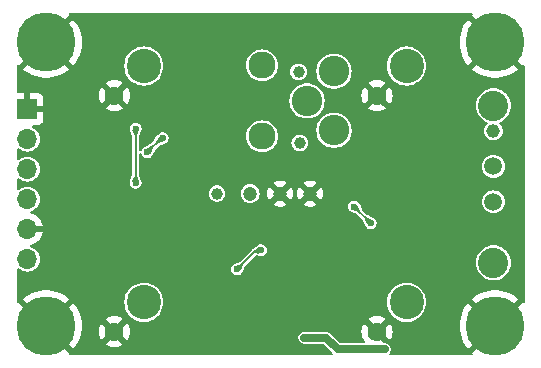
<source format=gbl>
G04 #@! TF.GenerationSoftware,KiCad,Pcbnew,8.0.9*
G04 #@! TF.CreationDate,2025-04-23T02:57:42-04:00*
G04 #@! TF.ProjectId,digital-gate-driver,64696769-7461-46c2-9d67-6174652d6472,rev?*
G04 #@! TF.SameCoordinates,Original*
G04 #@! TF.FileFunction,Copper,L2,Bot*
G04 #@! TF.FilePolarity,Positive*
%FSLAX46Y46*%
G04 Gerber Fmt 4.6, Leading zero omitted, Abs format (unit mm)*
G04 Created by KiCad (PCBNEW 8.0.9) date 2025-04-23 02:57:42*
%MOMM*%
%LPD*%
G01*
G04 APERTURE LIST*
G04 #@! TA.AperFunction,ComponentPad*
%ADD10C,2.905000*%
G04 #@! TD*
G04 #@! TA.AperFunction,ComponentPad*
%ADD11C,1.623000*%
G04 #@! TD*
G04 #@! TA.AperFunction,ComponentPad*
%ADD12C,1.000000*%
G04 #@! TD*
G04 #@! TA.AperFunction,ComponentPad*
%ADD13R,1.170000X1.170000*%
G04 #@! TD*
G04 #@! TA.AperFunction,ComponentPad*
%ADD14C,1.520000*%
G04 #@! TD*
G04 #@! TA.AperFunction,ComponentPad*
%ADD15C,1.170000*%
G04 #@! TD*
G04 #@! TA.AperFunction,ComponentPad*
%ADD16C,2.560000*%
G04 #@! TD*
G04 #@! TA.AperFunction,ComponentPad*
%ADD17C,0.800000*%
G04 #@! TD*
G04 #@! TA.AperFunction,ComponentPad*
%ADD18C,5.000000*%
G04 #@! TD*
G04 #@! TA.AperFunction,ComponentPad*
%ADD19R,1.700000X1.700000*%
G04 #@! TD*
G04 #@! TA.AperFunction,ComponentPad*
%ADD20O,1.700000X1.700000*%
G04 #@! TD*
G04 #@! TA.AperFunction,ComponentPad*
%ADD21C,2.295400*%
G04 #@! TD*
G04 #@! TA.AperFunction,ComponentPad*
%ADD22C,1.200000*%
G04 #@! TD*
G04 #@! TA.AperFunction,ComponentPad*
%ADD23C,2.574800*%
G04 #@! TD*
G04 #@! TA.AperFunction,ViaPad*
%ADD24C,0.600000*%
G04 #@! TD*
G04 #@! TA.AperFunction,Conductor*
%ADD25C,0.152400*%
G04 #@! TD*
G04 #@! TA.AperFunction,Conductor*
%ADD26C,0.200000*%
G04 #@! TD*
G04 #@! TA.AperFunction,Conductor*
%ADD27C,0.635000*%
G04 #@! TD*
G04 APERTURE END LIST*
D10*
X144400000Y-100799999D03*
D11*
X141900000Y-103299999D03*
D10*
X166640000Y-100799999D03*
D11*
X164140000Y-103299999D03*
D10*
X144400000Y-80799999D03*
D11*
X141900000Y-83299999D03*
D10*
X166640000Y-80799999D03*
D11*
X164140000Y-83299999D03*
D12*
X157600000Y-87300000D03*
X157500000Y-81300000D03*
X150600000Y-91600000D03*
D13*
X174000000Y-95300000D03*
D14*
X174000000Y-92300000D03*
X174000000Y-89300000D03*
D15*
X174000000Y-86300000D03*
D16*
X174000000Y-97450000D03*
X174000000Y-84150000D03*
D17*
X138015001Y-102799998D03*
X137465826Y-104125823D03*
X137465826Y-101474173D03*
X136140001Y-104674998D03*
D18*
X136140001Y-102799998D03*
D17*
X136140001Y-100924998D03*
X134814176Y-104125823D03*
X134814176Y-101474173D03*
X134265001Y-102799998D03*
D19*
X134540000Y-84450000D03*
D20*
X134540000Y-86990000D03*
X134540000Y-89530000D03*
X134540000Y-92070000D03*
X134540000Y-94610000D03*
X134540000Y-97150000D03*
D17*
X176015000Y-102799999D03*
X175465825Y-104125824D03*
X175465825Y-101474174D03*
X174140000Y-104674999D03*
D18*
X174140000Y-102799999D03*
D17*
X174140000Y-100924999D03*
X172814175Y-104125824D03*
X172814175Y-101474174D03*
X172265000Y-102799999D03*
X134265000Y-78799999D03*
X134814175Y-77474174D03*
X134814175Y-80125824D03*
X136140000Y-76924999D03*
D18*
X136140000Y-78799999D03*
D17*
X136140000Y-80674999D03*
X137465825Y-77474174D03*
X137465825Y-80125824D03*
X138015000Y-78799999D03*
X172265000Y-78799999D03*
X172814175Y-77474174D03*
X172814175Y-80125824D03*
X174140000Y-76924999D03*
D18*
X174140000Y-78799999D03*
D17*
X174140000Y-80674999D03*
X175465825Y-77474174D03*
X175465825Y-80125824D03*
X176015000Y-78799999D03*
D21*
X154421726Y-86750500D03*
X154421726Y-80750500D03*
D22*
X153400000Y-91600000D03*
X155940000Y-91600000D03*
X158480000Y-91600000D03*
D23*
X160500000Y-81250500D03*
X158221726Y-83750500D03*
X160500000Y-86250500D03*
D24*
X143700000Y-86100000D03*
X143700000Y-90700000D03*
X144700000Y-88100000D03*
X146000000Y-86900000D03*
X150000000Y-80400000D03*
X154140997Y-97375867D03*
X163600000Y-94100000D03*
X162200000Y-92700000D03*
X164800000Y-104800000D03*
X164000000Y-104800000D03*
X163200000Y-104800000D03*
X158800000Y-103800000D03*
X158000000Y-103800000D03*
X159600000Y-103800000D03*
X160400000Y-103000000D03*
X160000000Y-102000000D03*
X145400000Y-88600000D03*
X145400000Y-90800000D03*
X152303800Y-98000000D03*
X154300000Y-96400000D03*
X161280000Y-103600000D03*
X156080000Y-102400000D03*
X152480000Y-100000000D03*
X154480000Y-101400000D03*
X148280000Y-99825000D03*
X150000000Y-89150500D03*
X148928274Y-81800000D03*
X148928274Y-79000000D03*
X147678274Y-80400000D03*
X157880000Y-96400000D03*
D25*
X143700000Y-90700000D02*
X143700000Y-86100000D01*
D26*
X145900000Y-86900000D02*
X144700000Y-88100000D01*
X146000000Y-86900000D02*
X145900000Y-86900000D01*
D25*
X154300000Y-96400000D02*
X153903800Y-96400000D01*
X153903800Y-96400000D02*
X152303800Y-98000000D01*
X162200000Y-92700000D02*
X163600000Y-94100000D01*
D27*
X164000000Y-104800000D02*
X163200000Y-104800000D01*
X164800000Y-104800000D02*
X164000000Y-104800000D01*
X159800000Y-103800000D02*
X160800000Y-104800000D01*
X159600000Y-103800000D02*
X159800000Y-103800000D01*
X160800000Y-104800000D02*
X163200000Y-104800000D01*
X158800000Y-103800000D02*
X159600000Y-103800000D01*
X158000000Y-103800000D02*
X158800000Y-103800000D01*
G04 #@! TA.AperFunction,Conductor*
G36*
X172189883Y-76310184D02*
G01*
X172235638Y-76362988D01*
X172245582Y-76432146D01*
X172216557Y-76495702D01*
X172202819Y-76509222D01*
X172202817Y-76509263D01*
X173449874Y-77756319D01*
X173325680Y-77846553D01*
X173186554Y-77985679D01*
X173096320Y-78109872D01*
X171846148Y-76859700D01*
X171846146Y-76859700D01*
X171837973Y-76868365D01*
X171629289Y-77148676D01*
X171454561Y-77451315D01*
X171454555Y-77451328D01*
X171316145Y-77772198D01*
X171215916Y-78106987D01*
X171215914Y-78106996D01*
X171155236Y-78451118D01*
X171155235Y-78451129D01*
X171134916Y-78799995D01*
X171134916Y-78800002D01*
X171155235Y-79148868D01*
X171155236Y-79148879D01*
X171215914Y-79493001D01*
X171215916Y-79493010D01*
X171316145Y-79827799D01*
X171454555Y-80148669D01*
X171454561Y-80148682D01*
X171629289Y-80451321D01*
X171837972Y-80731630D01*
X171837976Y-80731635D01*
X171846147Y-80740296D01*
X171846148Y-80740297D01*
X173096320Y-79490124D01*
X173186554Y-79614319D01*
X173325680Y-79753445D01*
X173449873Y-79843677D01*
X172202817Y-81090732D01*
X172202818Y-81090733D01*
X172345480Y-81210441D01*
X172637461Y-81402479D01*
X172949739Y-81559313D01*
X172949745Y-81559315D01*
X173278130Y-81678837D01*
X173278133Y-81678838D01*
X173618171Y-81759428D01*
X173965276Y-81799998D01*
X173965277Y-81799999D01*
X174314723Y-81799999D01*
X174314723Y-81799998D01*
X174661827Y-81759428D01*
X174661829Y-81759428D01*
X175001866Y-81678838D01*
X175001869Y-81678837D01*
X175330254Y-81559315D01*
X175330260Y-81559313D01*
X175642538Y-81402479D01*
X175934515Y-81210444D01*
X176077180Y-81090733D01*
X176077181Y-81090732D01*
X174830126Y-79843677D01*
X174954320Y-79753445D01*
X175093446Y-79614319D01*
X175183679Y-79490124D01*
X176433850Y-80740296D01*
X176435306Y-80738754D01*
X176495630Y-80703500D01*
X176565437Y-80706456D01*
X176622564Y-80746683D01*
X176648875Y-80811410D01*
X176649500Y-80823849D01*
X176649500Y-100776148D01*
X176629815Y-100843187D01*
X176577011Y-100888942D01*
X176507853Y-100898886D01*
X176444297Y-100869861D01*
X176435302Y-100861238D01*
X176433851Y-100859700D01*
X176433850Y-100859699D01*
X175183678Y-102109872D01*
X175093446Y-101985679D01*
X174954320Y-101846553D01*
X174830125Y-101756319D01*
X176077181Y-100509264D01*
X176077180Y-100509263D01*
X175934519Y-100389556D01*
X175642538Y-100197518D01*
X175330260Y-100040684D01*
X175330254Y-100040682D01*
X175001869Y-99921160D01*
X175001866Y-99921159D01*
X174661828Y-99840569D01*
X174314723Y-99799999D01*
X173965277Y-99799999D01*
X173618172Y-99840569D01*
X173618170Y-99840569D01*
X173278133Y-99921159D01*
X173278130Y-99921160D01*
X172949745Y-100040682D01*
X172949739Y-100040684D01*
X172637461Y-100197518D01*
X172345485Y-100389553D01*
X172202817Y-100509263D01*
X173449874Y-101756319D01*
X173325680Y-101846553D01*
X173186554Y-101985679D01*
X173096320Y-102109872D01*
X171846148Y-100859700D01*
X171846146Y-100859700D01*
X171837973Y-100868365D01*
X171629289Y-101148676D01*
X171454561Y-101451315D01*
X171454555Y-101451328D01*
X171316145Y-101772198D01*
X171215916Y-102106987D01*
X171215914Y-102106996D01*
X171155236Y-102451118D01*
X171155235Y-102451129D01*
X171134916Y-102799995D01*
X171134916Y-102800002D01*
X171155235Y-103148868D01*
X171155236Y-103148879D01*
X171215914Y-103493001D01*
X171215916Y-103493010D01*
X171316145Y-103827799D01*
X171454555Y-104148669D01*
X171454561Y-104148682D01*
X171629289Y-104451321D01*
X171837972Y-104731630D01*
X171837976Y-104731635D01*
X171846147Y-104740296D01*
X171846148Y-104740297D01*
X173096320Y-103490124D01*
X173186554Y-103614319D01*
X173325680Y-103753445D01*
X173449873Y-103843677D01*
X172202817Y-105090732D01*
X172202826Y-105090922D01*
X172241254Y-105148681D01*
X172242362Y-105218542D01*
X172205525Y-105277912D01*
X172142438Y-105307941D01*
X172122846Y-105309499D01*
X165318750Y-105309499D01*
X165251711Y-105289814D01*
X165205956Y-105237010D01*
X165196012Y-105167852D01*
X165211363Y-105123499D01*
X165237759Y-105077779D01*
X165282699Y-104999941D01*
X165318000Y-104868196D01*
X165318000Y-104731804D01*
X165282699Y-104600059D01*
X165214503Y-104481940D01*
X165118060Y-104385497D01*
X164999941Y-104317301D01*
X164868196Y-104282000D01*
X164868194Y-104282000D01*
X164819810Y-104282000D01*
X164752771Y-104262315D01*
X164732129Y-104245681D01*
X164319624Y-103833176D01*
X164356731Y-103823234D01*
X164484769Y-103749311D01*
X164589312Y-103644768D01*
X164663235Y-103516730D01*
X164673177Y-103479623D01*
X165227281Y-104033727D01*
X165280132Y-103958251D01*
X165377113Y-103750273D01*
X165377117Y-103750264D01*
X165436507Y-103528614D01*
X165436509Y-103528604D01*
X165456510Y-103299999D01*
X165456510Y-103299998D01*
X165436509Y-103071393D01*
X165436507Y-103071383D01*
X165377117Y-102849733D01*
X165377113Y-102849724D01*
X165280131Y-102641744D01*
X165280129Y-102641740D01*
X165227282Y-102566268D01*
X164673177Y-103120373D01*
X164663235Y-103083268D01*
X164589312Y-102955230D01*
X164484769Y-102850687D01*
X164356731Y-102776764D01*
X164319623Y-102766821D01*
X164873729Y-102212716D01*
X164798252Y-102159866D01*
X164590274Y-102062885D01*
X164590265Y-102062881D01*
X164368615Y-102003491D01*
X164368605Y-102003489D01*
X164140001Y-101983489D01*
X164139999Y-101983489D01*
X163911394Y-102003489D01*
X163911384Y-102003491D01*
X163689734Y-102062881D01*
X163689725Y-102062885D01*
X163481744Y-102159868D01*
X163481740Y-102159870D01*
X163406269Y-102212715D01*
X163406269Y-102212716D01*
X163960375Y-102766821D01*
X163923269Y-102776764D01*
X163795231Y-102850687D01*
X163690688Y-102955230D01*
X163616765Y-103083268D01*
X163606822Y-103120374D01*
X163052717Y-102566268D01*
X163052716Y-102566268D01*
X162999871Y-102641739D01*
X162999869Y-102641743D01*
X162902886Y-102849724D01*
X162902882Y-102849733D01*
X162843492Y-103071383D01*
X162843490Y-103071393D01*
X162823490Y-103299998D01*
X162823490Y-103299999D01*
X162843490Y-103528604D01*
X162843492Y-103528614D01*
X162902882Y-103750264D01*
X162902886Y-103750273D01*
X162999867Y-103958251D01*
X163089932Y-104086876D01*
X163112259Y-104153082D01*
X163095249Y-104220850D01*
X163044301Y-104268663D01*
X162988357Y-104282000D01*
X161065924Y-104282000D01*
X160998885Y-104262315D01*
X160978243Y-104245681D01*
X160221573Y-103489011D01*
X160221571Y-103489008D01*
X160118062Y-103385499D01*
X160118060Y-103385497D01*
X159999941Y-103317301D01*
X159868196Y-103282000D01*
X159668196Y-103282000D01*
X158868196Y-103282000D01*
X157931804Y-103282000D01*
X157800059Y-103317301D01*
X157800057Y-103317302D01*
X157800056Y-103317302D01*
X157681943Y-103385495D01*
X157681937Y-103385499D01*
X157585499Y-103481937D01*
X157585495Y-103481943D01*
X157517302Y-103600056D01*
X157517302Y-103600057D01*
X157517301Y-103600059D01*
X157482000Y-103731804D01*
X157482000Y-103868196D01*
X157517301Y-103999941D01*
X157585497Y-104118060D01*
X157681940Y-104214503D01*
X157800059Y-104282699D01*
X157931804Y-104318000D01*
X158731804Y-104318000D01*
X159531804Y-104318000D01*
X159534076Y-104318000D01*
X159601115Y-104337685D01*
X159621757Y-104354319D01*
X160365256Y-105097818D01*
X160398741Y-105159141D01*
X160393757Y-105228833D01*
X160351885Y-105284766D01*
X160286421Y-105309183D01*
X160277575Y-105309499D01*
X138157153Y-105309499D01*
X138090114Y-105289814D01*
X138044359Y-105237010D01*
X138034415Y-105167852D01*
X138063440Y-105104296D01*
X138077180Y-105090772D01*
X138077182Y-105090731D01*
X136830126Y-103843677D01*
X136954321Y-103753444D01*
X137093447Y-103614318D01*
X137183680Y-103490124D01*
X138433851Y-104740295D01*
X138442033Y-104731623D01*
X138650711Y-104451320D01*
X138825439Y-104148681D01*
X138825445Y-104148668D01*
X138963855Y-103827798D01*
X139064084Y-103493009D01*
X139064086Y-103493000D01*
X139098117Y-103299998D01*
X140583490Y-103299998D01*
X140583490Y-103299999D01*
X140603490Y-103528604D01*
X140603492Y-103528614D01*
X140662882Y-103750264D01*
X140662886Y-103750273D01*
X140759867Y-103958251D01*
X140812717Y-104033728D01*
X141366822Y-103479623D01*
X141376765Y-103516730D01*
X141450688Y-103644768D01*
X141555231Y-103749311D01*
X141683269Y-103823234D01*
X141720375Y-103833176D01*
X141166269Y-104387281D01*
X141241741Y-104440128D01*
X141241745Y-104440130D01*
X141449725Y-104537112D01*
X141449734Y-104537116D01*
X141671384Y-104596506D01*
X141671394Y-104596508D01*
X141899999Y-104616509D01*
X141900001Y-104616509D01*
X142128605Y-104596508D01*
X142128615Y-104596506D01*
X142350265Y-104537116D01*
X142350274Y-104537112D01*
X142558252Y-104440131D01*
X142633728Y-104387280D01*
X142079624Y-103833176D01*
X142116731Y-103823234D01*
X142244769Y-103749311D01*
X142349312Y-103644768D01*
X142423235Y-103516730D01*
X142433177Y-103479623D01*
X142987281Y-104033727D01*
X143040132Y-103958251D01*
X143137113Y-103750273D01*
X143137117Y-103750264D01*
X143196507Y-103528614D01*
X143196509Y-103528604D01*
X143216510Y-103299999D01*
X143216510Y-103299998D01*
X143196509Y-103071393D01*
X143196507Y-103071383D01*
X143137117Y-102849733D01*
X143137113Y-102849724D01*
X143040131Y-102641744D01*
X143040129Y-102641740D01*
X142987282Y-102566268D01*
X142433177Y-103120373D01*
X142423235Y-103083268D01*
X142349312Y-102955230D01*
X142244769Y-102850687D01*
X142116731Y-102776764D01*
X142079623Y-102766821D01*
X142633729Y-102212716D01*
X142558252Y-102159866D01*
X142350274Y-102062885D01*
X142350265Y-102062881D01*
X142128615Y-102003491D01*
X142128605Y-102003489D01*
X141900001Y-101983489D01*
X141899999Y-101983489D01*
X141671394Y-102003489D01*
X141671384Y-102003491D01*
X141449734Y-102062881D01*
X141449725Y-102062885D01*
X141241744Y-102159868D01*
X141241740Y-102159870D01*
X141166269Y-102212715D01*
X141166269Y-102212716D01*
X141720375Y-102766821D01*
X141683269Y-102776764D01*
X141555231Y-102850687D01*
X141450688Y-102955230D01*
X141376765Y-103083268D01*
X141366822Y-103120374D01*
X140812717Y-102566268D01*
X140812716Y-102566268D01*
X140759871Y-102641739D01*
X140759869Y-102641743D01*
X140662886Y-102849724D01*
X140662882Y-102849733D01*
X140603492Y-103071383D01*
X140603490Y-103071393D01*
X140583490Y-103299998D01*
X139098117Y-103299998D01*
X139124764Y-103148878D01*
X139124765Y-103148867D01*
X139145085Y-102800001D01*
X139145085Y-102799994D01*
X139124765Y-102451128D01*
X139124764Y-102451117D01*
X139064086Y-102106995D01*
X139064084Y-102106986D01*
X138963855Y-101772197D01*
X138825445Y-101451327D01*
X138825439Y-101451314D01*
X138650711Y-101148675D01*
X138442030Y-100868369D01*
X138433851Y-100859699D01*
X138433851Y-100859698D01*
X137183679Y-102109870D01*
X137093447Y-101985678D01*
X136954321Y-101846552D01*
X136830126Y-101756318D01*
X137786446Y-100799999D01*
X142741889Y-100799999D01*
X142762303Y-101059386D01*
X142823044Y-101312386D01*
X142823047Y-101312394D01*
X142922609Y-101552762D01*
X142922611Y-101552765D01*
X143058557Y-101774609D01*
X143058561Y-101774614D01*
X143120002Y-101846552D01*
X143227538Y-101972461D01*
X143333407Y-102062881D01*
X143425384Y-102141437D01*
X143425389Y-102141441D01*
X143647233Y-102277387D01*
X143647236Y-102277389D01*
X143878597Y-102373220D01*
X143887616Y-102376956D01*
X144140614Y-102437696D01*
X144400000Y-102458110D01*
X144659386Y-102437696D01*
X144912384Y-102376956D01*
X145049491Y-102320165D01*
X145152763Y-102277389D01*
X145152764Y-102277388D01*
X145152767Y-102277387D01*
X145328318Y-102169808D01*
X145374610Y-102141441D01*
X145374610Y-102141440D01*
X145374613Y-102141439D01*
X145572462Y-101972461D01*
X145741440Y-101774612D01*
X145877388Y-101552766D01*
X145976957Y-101312383D01*
X146037697Y-101059385D01*
X146058111Y-100799999D01*
X164981889Y-100799999D01*
X165002303Y-101059386D01*
X165063044Y-101312386D01*
X165063047Y-101312394D01*
X165162609Y-101552762D01*
X165162611Y-101552765D01*
X165298557Y-101774609D01*
X165298561Y-101774614D01*
X165360002Y-101846552D01*
X165467538Y-101972461D01*
X165573407Y-102062881D01*
X165665384Y-102141437D01*
X165665389Y-102141441D01*
X165887233Y-102277387D01*
X165887236Y-102277389D01*
X166118597Y-102373220D01*
X166127616Y-102376956D01*
X166380614Y-102437696D01*
X166640000Y-102458110D01*
X166899386Y-102437696D01*
X167152384Y-102376956D01*
X167289491Y-102320165D01*
X167392763Y-102277389D01*
X167392764Y-102277388D01*
X167392767Y-102277387D01*
X167568318Y-102169808D01*
X167614610Y-102141441D01*
X167614610Y-102141440D01*
X167614613Y-102141439D01*
X167812462Y-101972461D01*
X167981440Y-101774612D01*
X168117388Y-101552766D01*
X168216957Y-101312383D01*
X168277697Y-101059385D01*
X168298111Y-100799999D01*
X168277697Y-100540613D01*
X168216957Y-100287615D01*
X168179638Y-100197517D01*
X168117390Y-100047235D01*
X168117388Y-100047232D01*
X167981442Y-99825388D01*
X167981438Y-99825383D01*
X167920625Y-99754180D01*
X167812462Y-99627537D01*
X167704297Y-99535156D01*
X167614615Y-99458560D01*
X167614610Y-99458556D01*
X167392766Y-99322610D01*
X167392763Y-99322608D01*
X167152395Y-99223046D01*
X167152387Y-99223043D01*
X167152385Y-99223042D01*
X167152384Y-99223042D01*
X167016231Y-99190354D01*
X166899387Y-99162302D01*
X166640000Y-99141888D01*
X166380612Y-99162302D01*
X166127612Y-99223043D01*
X166127604Y-99223046D01*
X165887236Y-99322608D01*
X165887233Y-99322610D01*
X165665389Y-99458556D01*
X165665384Y-99458560D01*
X165467538Y-99627537D01*
X165298561Y-99825383D01*
X165298557Y-99825388D01*
X165162611Y-100047232D01*
X165162609Y-100047235D01*
X165063047Y-100287603D01*
X165063044Y-100287611D01*
X165002303Y-100540611D01*
X164981889Y-100799999D01*
X146058111Y-100799999D01*
X146037697Y-100540613D01*
X145976957Y-100287615D01*
X145939638Y-100197517D01*
X145877390Y-100047235D01*
X145877388Y-100047232D01*
X145741442Y-99825388D01*
X145741438Y-99825383D01*
X145680625Y-99754180D01*
X145572462Y-99627537D01*
X145464297Y-99535156D01*
X145374615Y-99458560D01*
X145374610Y-99458556D01*
X145152766Y-99322610D01*
X145152763Y-99322608D01*
X144912395Y-99223046D01*
X144912387Y-99223043D01*
X144912385Y-99223042D01*
X144912384Y-99223042D01*
X144776231Y-99190354D01*
X144659387Y-99162302D01*
X144400000Y-99141888D01*
X144140612Y-99162302D01*
X143887612Y-99223043D01*
X143887604Y-99223046D01*
X143647236Y-99322608D01*
X143647233Y-99322610D01*
X143425389Y-99458556D01*
X143425384Y-99458560D01*
X143227538Y-99627537D01*
X143058561Y-99825383D01*
X143058557Y-99825388D01*
X142922611Y-100047232D01*
X142922609Y-100047235D01*
X142823047Y-100287603D01*
X142823044Y-100287611D01*
X142762303Y-100540611D01*
X142741889Y-100799999D01*
X137786446Y-100799999D01*
X138077182Y-100509263D01*
X138077181Y-100509262D01*
X137934520Y-100389555D01*
X137642539Y-100197517D01*
X137330261Y-100040683D01*
X137330255Y-100040681D01*
X137001870Y-99921159D01*
X137001867Y-99921158D01*
X136661829Y-99840568D01*
X136314724Y-99799998D01*
X135965278Y-99799998D01*
X135618173Y-99840568D01*
X135618171Y-99840568D01*
X135278134Y-99921158D01*
X135278131Y-99921159D01*
X134949746Y-100040681D01*
X134949740Y-100040683D01*
X134637462Y-100197517D01*
X134345486Y-100389552D01*
X134202818Y-100509262D01*
X135449875Y-101756318D01*
X135325681Y-101846552D01*
X135186555Y-101985678D01*
X135096321Y-102109872D01*
X133846148Y-100859699D01*
X133844703Y-100861232D01*
X133784384Y-100896492D01*
X133714576Y-100893544D01*
X133657444Y-100853323D01*
X133631127Y-100788599D01*
X133630500Y-100776147D01*
X133630500Y-98024741D01*
X133650185Y-97957702D01*
X133702989Y-97911947D01*
X133772147Y-97902003D01*
X133833165Y-97928888D01*
X133949962Y-98024741D01*
X133953550Y-98027685D01*
X134136046Y-98125232D01*
X134334066Y-98185300D01*
X134334065Y-98185300D01*
X134352529Y-98187118D01*
X134540000Y-98205583D01*
X134745934Y-98185300D01*
X134943954Y-98125232D01*
X135126450Y-98027685D01*
X135160184Y-98000000D01*
X151798153Y-98000000D01*
X151818634Y-98142456D01*
X151847464Y-98205583D01*
X151878423Y-98273373D01*
X151972672Y-98382143D01*
X152093747Y-98459953D01*
X152093750Y-98459954D01*
X152093749Y-98459954D01*
X152231836Y-98500499D01*
X152231838Y-98500500D01*
X152231839Y-98500500D01*
X152375762Y-98500500D01*
X152375762Y-98500499D01*
X152513853Y-98459953D01*
X152634928Y-98382143D01*
X152729177Y-98273373D01*
X152756336Y-98213901D01*
X152766037Y-98196509D01*
X152775279Y-98182680D01*
X152775279Y-98182679D01*
X152775283Y-98182674D01*
X152951718Y-97756739D01*
X152978592Y-97716519D01*
X153245117Y-97449994D01*
X172514426Y-97449994D01*
X172514426Y-97450005D01*
X172534686Y-97694513D01*
X172594917Y-97932362D01*
X172693477Y-98157056D01*
X172827670Y-98362455D01*
X172993850Y-98542974D01*
X172993854Y-98542977D01*
X173187468Y-98693673D01*
X173187470Y-98693674D01*
X173187473Y-98693676D01*
X173312917Y-98761562D01*
X173403252Y-98810449D01*
X173523753Y-98851817D01*
X173635309Y-98890115D01*
X173635311Y-98890115D01*
X173635313Y-98890116D01*
X173877322Y-98930500D01*
X173877323Y-98930500D01*
X174122677Y-98930500D01*
X174122678Y-98930500D01*
X174364687Y-98890116D01*
X174596748Y-98810449D01*
X174812532Y-98693673D01*
X175006152Y-98542972D01*
X175172327Y-98362458D01*
X175306523Y-98157055D01*
X175405082Y-97932365D01*
X175465313Y-97694517D01*
X175485574Y-97450000D01*
X175477779Y-97355932D01*
X175465313Y-97205486D01*
X175465313Y-97205483D01*
X175405082Y-96967635D01*
X175306523Y-96742945D01*
X175261070Y-96673373D01*
X175172329Y-96537544D01*
X175049014Y-96403589D01*
X175006152Y-96357028D01*
X175006151Y-96357027D01*
X175006149Y-96357025D01*
X175006145Y-96357022D01*
X174812535Y-96206329D01*
X174812526Y-96206323D01*
X174596754Y-96089554D01*
X174596751Y-96089553D01*
X174596748Y-96089551D01*
X174596742Y-96089549D01*
X174596740Y-96089548D01*
X174364690Y-96009884D01*
X174183180Y-95979596D01*
X174122678Y-95969500D01*
X173877322Y-95969500D01*
X173828920Y-95977576D01*
X173635309Y-96009884D01*
X173403259Y-96089548D01*
X173403245Y-96089554D01*
X173187473Y-96206323D01*
X173187464Y-96206329D01*
X172993854Y-96357022D01*
X172993850Y-96357025D01*
X172827670Y-96537544D01*
X172693477Y-96742943D01*
X172594917Y-96967637D01*
X172534686Y-97205486D01*
X172514426Y-97449994D01*
X153245117Y-97449994D01*
X153826481Y-96868630D01*
X153887802Y-96835147D01*
X153939998Y-96835035D01*
X154132864Y-96876126D01*
X154134062Y-96876197D01*
X154136425Y-96876609D01*
X154137487Y-96876753D01*
X154137481Y-96876793D01*
X154161627Y-96880999D01*
X154228039Y-96900500D01*
X154228040Y-96900500D01*
X154371962Y-96900500D01*
X154371962Y-96900499D01*
X154510053Y-96859953D01*
X154631128Y-96782143D01*
X154725377Y-96673373D01*
X154785165Y-96542457D01*
X154805647Y-96400000D01*
X154785165Y-96257543D01*
X154725377Y-96126627D01*
X154631128Y-96017857D01*
X154510053Y-95940047D01*
X154510051Y-95940046D01*
X154510049Y-95940045D01*
X154510050Y-95940045D01*
X154371963Y-95899500D01*
X154371961Y-95899500D01*
X154228039Y-95899500D01*
X154228036Y-95899500D01*
X154089949Y-95940045D01*
X154089948Y-95940045D01*
X153968870Y-96017858D01*
X153964944Y-96021260D01*
X153953903Y-96031819D01*
X153874805Y-96094417D01*
X153847159Y-96116296D01*
X153843532Y-96119166D01*
X153804416Y-96138821D01*
X153804509Y-96139044D01*
X153801459Y-96140307D01*
X153798680Y-96141704D01*
X153797003Y-96142153D01*
X153796994Y-96142157D01*
X153733908Y-96178580D01*
X153733898Y-96178588D01*
X153607912Y-96304572D01*
X153597197Y-96314113D01*
X153588583Y-96320931D01*
X153579324Y-96328712D01*
X153578332Y-96329597D01*
X153578171Y-96329739D01*
X153573039Y-96336972D01*
X153559598Y-96352887D01*
X152587285Y-97325200D01*
X152547059Y-97352079D01*
X152121117Y-97528519D01*
X152117829Y-97530275D01*
X152094372Y-97539863D01*
X152093750Y-97540045D01*
X152093749Y-97540045D01*
X151972673Y-97617856D01*
X151878423Y-97726626D01*
X151878422Y-97726628D01*
X151818634Y-97857543D01*
X151798153Y-98000000D01*
X135160184Y-98000000D01*
X135286410Y-97896410D01*
X135417685Y-97736450D01*
X135515232Y-97553954D01*
X135575300Y-97355934D01*
X135595583Y-97150000D01*
X135575300Y-96944066D01*
X135515232Y-96746046D01*
X135417685Y-96563550D01*
X135365702Y-96500209D01*
X135286410Y-96403589D01*
X135168677Y-96306969D01*
X135126450Y-96272315D01*
X134943954Y-96174768D01*
X134877447Y-96154593D01*
X134819009Y-96116296D01*
X134790553Y-96052484D01*
X134801113Y-95983417D01*
X134847337Y-95931023D01*
X134881350Y-95916158D01*
X135003483Y-95883433D01*
X135003492Y-95883429D01*
X135217578Y-95783600D01*
X135411082Y-95648105D01*
X135578105Y-95481082D01*
X135713600Y-95287578D01*
X135813429Y-95073492D01*
X135813432Y-95073486D01*
X135870636Y-94860000D01*
X134973012Y-94860000D01*
X135005925Y-94802993D01*
X135040000Y-94675826D01*
X135040000Y-94544174D01*
X135005925Y-94417007D01*
X134973012Y-94360000D01*
X135870636Y-94360000D01*
X135870635Y-94359999D01*
X135813432Y-94146513D01*
X135813429Y-94146507D01*
X135713600Y-93932422D01*
X135713599Y-93932420D01*
X135578113Y-93738926D01*
X135578108Y-93738920D01*
X135411082Y-93571894D01*
X135217578Y-93436399D01*
X135003492Y-93336570D01*
X135003486Y-93336567D01*
X134881349Y-93303841D01*
X134821689Y-93267476D01*
X134791160Y-93204629D01*
X134799455Y-93135253D01*
X134843940Y-93081375D01*
X134877444Y-93065407D01*
X134943954Y-93045232D01*
X135126450Y-92947685D01*
X135286410Y-92816410D01*
X135417685Y-92656450D01*
X135515232Y-92473954D01*
X135575300Y-92275934D01*
X135595583Y-92070000D01*
X135575300Y-91864066D01*
X135515232Y-91666046D01*
X135479929Y-91600000D01*
X149894355Y-91600000D01*
X149914859Y-91768869D01*
X149914860Y-91768874D01*
X149975182Y-91927931D01*
X149992868Y-91953553D01*
X150071817Y-92067929D01*
X150121235Y-92111709D01*
X150199150Y-92180736D01*
X150312154Y-92240045D01*
X150349775Y-92259790D01*
X150514944Y-92300500D01*
X150685056Y-92300500D01*
X150850225Y-92259790D01*
X150965097Y-92199500D01*
X151000849Y-92180736D01*
X151000850Y-92180734D01*
X151000852Y-92180734D01*
X151128183Y-92067929D01*
X151224818Y-91927930D01*
X151285140Y-91768872D01*
X151305645Y-91600000D01*
X151305645Y-91599996D01*
X152594435Y-91599996D01*
X152594435Y-91600003D01*
X152614630Y-91779249D01*
X152614631Y-91779254D01*
X152674211Y-91949523D01*
X152705343Y-91999069D01*
X152770184Y-92102262D01*
X152897738Y-92229816D01*
X152971131Y-92275932D01*
X153037852Y-92317856D01*
X153050478Y-92325789D01*
X153220745Y-92385368D01*
X153220750Y-92385369D01*
X153399996Y-92405565D01*
X153400000Y-92405565D01*
X153400004Y-92405565D01*
X153579249Y-92385369D01*
X153579252Y-92385368D01*
X153579255Y-92385368D01*
X153749522Y-92325789D01*
X153902262Y-92229816D01*
X154029816Y-92102262D01*
X154125789Y-91949522D01*
X154185368Y-91779255D01*
X154186538Y-91768872D01*
X154205565Y-91600003D01*
X154205565Y-91599999D01*
X154835287Y-91599999D01*
X154835287Y-91600000D01*
X154854096Y-91802989D01*
X154854097Y-91802992D01*
X154909883Y-91999063D01*
X154909886Y-91999069D01*
X155000751Y-92181551D01*
X155002533Y-92183911D01*
X155570000Y-91616445D01*
X155570000Y-91648711D01*
X155595215Y-91742815D01*
X155643926Y-91827186D01*
X155712814Y-91896074D01*
X155797185Y-91944785D01*
X155891289Y-91970000D01*
X155923553Y-91970000D01*
X155359311Y-92534240D01*
X155447585Y-92588897D01*
X155637678Y-92662539D01*
X155838072Y-92700000D01*
X156041928Y-92700000D01*
X156242322Y-92662539D01*
X156432412Y-92588899D01*
X156432416Y-92588897D01*
X156520686Y-92534241D01*
X156520686Y-92534240D01*
X155956448Y-91970000D01*
X155988711Y-91970000D01*
X156082815Y-91944785D01*
X156167186Y-91896074D01*
X156236074Y-91827186D01*
X156284785Y-91742815D01*
X156310000Y-91648711D01*
X156310000Y-91616447D01*
X156877465Y-92183912D01*
X156879247Y-92181553D01*
X156879248Y-92181551D01*
X156970113Y-91999069D01*
X156970116Y-91999063D01*
X157025902Y-91802992D01*
X157025903Y-91802989D01*
X157044713Y-91600000D01*
X157044713Y-91599999D01*
X157375287Y-91599999D01*
X157375287Y-91600000D01*
X157394096Y-91802989D01*
X157394097Y-91802992D01*
X157449883Y-91999063D01*
X157449886Y-91999069D01*
X157540751Y-92181551D01*
X157542533Y-92183911D01*
X158110000Y-91616445D01*
X158110000Y-91648711D01*
X158135215Y-91742815D01*
X158183926Y-91827186D01*
X158252814Y-91896074D01*
X158337185Y-91944785D01*
X158431289Y-91970000D01*
X158463553Y-91970000D01*
X157899311Y-92534240D01*
X157987585Y-92588897D01*
X158177678Y-92662539D01*
X158378072Y-92700000D01*
X158581928Y-92700000D01*
X161694353Y-92700000D01*
X161714834Y-92842456D01*
X161771276Y-92966044D01*
X161774623Y-92973373D01*
X161868872Y-93082143D01*
X161868874Y-93082144D01*
X161868876Y-93082146D01*
X161989941Y-93159950D01*
X161989944Y-93159951D01*
X161989947Y-93159953D01*
X161990200Y-93160027D01*
X161990579Y-93160139D01*
X162014106Y-93169762D01*
X162017331Y-93171486D01*
X162443257Y-93347918D01*
X162483484Y-93374797D01*
X162925201Y-93816514D01*
X162952080Y-93856740D01*
X163056671Y-94109234D01*
X163056672Y-94109237D01*
X163086485Y-94181209D01*
X163128509Y-94282661D01*
X163128515Y-94282672D01*
X163128516Y-94282674D01*
X163137864Y-94296688D01*
X163147497Y-94313978D01*
X163174623Y-94373373D01*
X163268872Y-94482143D01*
X163389947Y-94559953D01*
X163389950Y-94559954D01*
X163389949Y-94559954D01*
X163528036Y-94600499D01*
X163528038Y-94600500D01*
X163528039Y-94600500D01*
X163671962Y-94600500D01*
X163671962Y-94600499D01*
X163810053Y-94559953D01*
X163931128Y-94482143D01*
X164025377Y-94373373D01*
X164085165Y-94242457D01*
X164105647Y-94100000D01*
X164085165Y-93957543D01*
X164025377Y-93826627D01*
X163931128Y-93717857D01*
X163810053Y-93640047D01*
X163810051Y-93640046D01*
X163810049Y-93640045D01*
X163809421Y-93639861D01*
X163785899Y-93630240D01*
X163782665Y-93628511D01*
X163609237Y-93556672D01*
X163609234Y-93556670D01*
X163609234Y-93556671D01*
X163356740Y-93452080D01*
X163316514Y-93425201D01*
X162874797Y-92983484D01*
X162847918Y-92943257D01*
X162671486Y-92517329D01*
X162662138Y-92503316D01*
X162652499Y-92486015D01*
X162625379Y-92426630D01*
X162625376Y-92426626D01*
X162531128Y-92317857D01*
X162503342Y-92300000D01*
X173034853Y-92300000D01*
X173053397Y-92488289D01*
X173074405Y-92557543D01*
X173108320Y-92669346D01*
X173186928Y-92816410D01*
X173197512Y-92836210D01*
X173317537Y-92982462D01*
X173463789Y-93102487D01*
X173463793Y-93102490D01*
X173630654Y-93191680D01*
X173811709Y-93246602D01*
X174000000Y-93265147D01*
X174188291Y-93246602D01*
X174369346Y-93191680D01*
X174536207Y-93102490D01*
X174682462Y-92982462D01*
X174802490Y-92836207D01*
X174891680Y-92669346D01*
X174946602Y-92488291D01*
X174965147Y-92300000D01*
X174946602Y-92111709D01*
X174891680Y-91930654D01*
X174802490Y-91763793D01*
X174785274Y-91742815D01*
X174682462Y-91617537D01*
X174536210Y-91497512D01*
X174536208Y-91497511D01*
X174536207Y-91497510D01*
X174369346Y-91408320D01*
X174278818Y-91380859D01*
X174188289Y-91353397D01*
X174000000Y-91334853D01*
X173811710Y-91353397D01*
X173630651Y-91408321D01*
X173463789Y-91497512D01*
X173317537Y-91617537D01*
X173197512Y-91763789D01*
X173108321Y-91930651D01*
X173108320Y-91930653D01*
X173108320Y-91930654D01*
X173102596Y-91949523D01*
X173053397Y-92111710D01*
X173034853Y-92300000D01*
X162503342Y-92300000D01*
X162410053Y-92240047D01*
X162410051Y-92240046D01*
X162410049Y-92240045D01*
X162410050Y-92240045D01*
X162271963Y-92199500D01*
X162271961Y-92199500D01*
X162128039Y-92199500D01*
X162128036Y-92199500D01*
X161989949Y-92240045D01*
X161868873Y-92317856D01*
X161774623Y-92426626D01*
X161774622Y-92426628D01*
X161714834Y-92557543D01*
X161694353Y-92700000D01*
X158581928Y-92700000D01*
X158782322Y-92662539D01*
X158972412Y-92588899D01*
X158972416Y-92588897D01*
X159060686Y-92534241D01*
X159060686Y-92534240D01*
X158496448Y-91970000D01*
X158528711Y-91970000D01*
X158622815Y-91944785D01*
X158707186Y-91896074D01*
X158776074Y-91827186D01*
X158824785Y-91742815D01*
X158850000Y-91648711D01*
X158850000Y-91616447D01*
X159417465Y-92183912D01*
X159419247Y-92181553D01*
X159419248Y-92181551D01*
X159510113Y-91999069D01*
X159510116Y-91999063D01*
X159565902Y-91802992D01*
X159565903Y-91802989D01*
X159584713Y-91600000D01*
X159584713Y-91599999D01*
X159565903Y-91397010D01*
X159565902Y-91397007D01*
X159510116Y-91200936D01*
X159510113Y-91200930D01*
X159419249Y-91018449D01*
X159419247Y-91018447D01*
X159417465Y-91016087D01*
X158850000Y-91583552D01*
X158850000Y-91551289D01*
X158824785Y-91457185D01*
X158776074Y-91372814D01*
X158707186Y-91303926D01*
X158622815Y-91255215D01*
X158528711Y-91230000D01*
X158496447Y-91230000D01*
X159060687Y-90665758D01*
X158972413Y-90611101D01*
X158972411Y-90611100D01*
X158782321Y-90537460D01*
X158581928Y-90500000D01*
X158378072Y-90500000D01*
X158177678Y-90537460D01*
X157987588Y-90611100D01*
X157987581Y-90611104D01*
X157899312Y-90665757D01*
X157899311Y-90665758D01*
X158463554Y-91230000D01*
X158431289Y-91230000D01*
X158337185Y-91255215D01*
X158252814Y-91303926D01*
X158183926Y-91372814D01*
X158135215Y-91457185D01*
X158110000Y-91551289D01*
X158110000Y-91583554D01*
X157542533Y-91016087D01*
X157540755Y-91018442D01*
X157540754Y-91018443D01*
X157449886Y-91200930D01*
X157449883Y-91200936D01*
X157394097Y-91397007D01*
X157394096Y-91397010D01*
X157375287Y-91599999D01*
X157044713Y-91599999D01*
X157025903Y-91397010D01*
X157025902Y-91397007D01*
X156970116Y-91200936D01*
X156970113Y-91200930D01*
X156879249Y-91018449D01*
X156879247Y-91018447D01*
X156877465Y-91016087D01*
X156310000Y-91583552D01*
X156310000Y-91551289D01*
X156284785Y-91457185D01*
X156236074Y-91372814D01*
X156167186Y-91303926D01*
X156082815Y-91255215D01*
X155988711Y-91230000D01*
X155956447Y-91230000D01*
X156520687Y-90665758D01*
X156432413Y-90611101D01*
X156432411Y-90611100D01*
X156242321Y-90537460D01*
X156041928Y-90500000D01*
X155838072Y-90500000D01*
X155637678Y-90537460D01*
X155447588Y-90611100D01*
X155447581Y-90611104D01*
X155359312Y-90665757D01*
X155359311Y-90665758D01*
X155923554Y-91230000D01*
X155891289Y-91230000D01*
X155797185Y-91255215D01*
X155712814Y-91303926D01*
X155643926Y-91372814D01*
X155595215Y-91457185D01*
X155570000Y-91551289D01*
X155570000Y-91583554D01*
X155002533Y-91016087D01*
X155000755Y-91018442D01*
X155000754Y-91018443D01*
X154909886Y-91200930D01*
X154909883Y-91200936D01*
X154854097Y-91397007D01*
X154854096Y-91397010D01*
X154835287Y-91599999D01*
X154205565Y-91599999D01*
X154205565Y-91599996D01*
X154185369Y-91420750D01*
X154185368Y-91420745D01*
X154151372Y-91323590D01*
X154125789Y-91250478D01*
X154029816Y-91097738D01*
X153902262Y-90970184D01*
X153854559Y-90940210D01*
X153749523Y-90874211D01*
X153579254Y-90814631D01*
X153579249Y-90814630D01*
X153400004Y-90794435D01*
X153399996Y-90794435D01*
X153220750Y-90814630D01*
X153220745Y-90814631D01*
X153050476Y-90874211D01*
X152897737Y-90970184D01*
X152770184Y-91097737D01*
X152674211Y-91250476D01*
X152614631Y-91420745D01*
X152614630Y-91420750D01*
X152594435Y-91599996D01*
X151305645Y-91599996D01*
X151285140Y-91431128D01*
X151224818Y-91272070D01*
X151128183Y-91132071D01*
X151033316Y-91048026D01*
X151000849Y-91019263D01*
X150850226Y-90940210D01*
X150685056Y-90899500D01*
X150514944Y-90899500D01*
X150349773Y-90940210D01*
X150199150Y-91019263D01*
X150071816Y-91132072D01*
X149975182Y-91272068D01*
X149914860Y-91431125D01*
X149914859Y-91431130D01*
X149894355Y-91600000D01*
X135479929Y-91600000D01*
X135417685Y-91483550D01*
X135346664Y-91397010D01*
X135286410Y-91323589D01*
X135168677Y-91226969D01*
X135126450Y-91192315D01*
X134956554Y-91101502D01*
X134943956Y-91094769D01*
X134943955Y-91094768D01*
X134943954Y-91094768D01*
X134745934Y-91034700D01*
X134745932Y-91034699D01*
X134745934Y-91034699D01*
X134540000Y-91014417D01*
X134334067Y-91034699D01*
X134136043Y-91094769D01*
X134025898Y-91153643D01*
X133953550Y-91192315D01*
X133953548Y-91192316D01*
X133953547Y-91192317D01*
X133833164Y-91291112D01*
X133768854Y-91318424D01*
X133699987Y-91306633D01*
X133648427Y-91259480D01*
X133630500Y-91195258D01*
X133630500Y-90404741D01*
X133650185Y-90337702D01*
X133702989Y-90291947D01*
X133772147Y-90282003D01*
X133833165Y-90308888D01*
X133949962Y-90404741D01*
X133953550Y-90407685D01*
X134136046Y-90505232D01*
X134334066Y-90565300D01*
X134334065Y-90565300D01*
X134352529Y-90567118D01*
X134540000Y-90585583D01*
X134745934Y-90565300D01*
X134943954Y-90505232D01*
X135126450Y-90407685D01*
X135286410Y-90276410D01*
X135417685Y-90116450D01*
X135515232Y-89933954D01*
X135575300Y-89735934D01*
X135595583Y-89530000D01*
X135575300Y-89324066D01*
X135515232Y-89126046D01*
X135417685Y-88943550D01*
X135365702Y-88880209D01*
X135286410Y-88783589D01*
X135126452Y-88652317D01*
X135126453Y-88652317D01*
X135126450Y-88652315D01*
X134943954Y-88554768D01*
X134745934Y-88494700D01*
X134745932Y-88494699D01*
X134745934Y-88494699D01*
X134540000Y-88474417D01*
X134334067Y-88494699D01*
X134136043Y-88554769D01*
X134050490Y-88600499D01*
X133953550Y-88652315D01*
X133953548Y-88652316D01*
X133953547Y-88652317D01*
X133833164Y-88751112D01*
X133768854Y-88778424D01*
X133699987Y-88766633D01*
X133648427Y-88719480D01*
X133630500Y-88655258D01*
X133630500Y-87864741D01*
X133650185Y-87797702D01*
X133702989Y-87751947D01*
X133772147Y-87742003D01*
X133833165Y-87768888D01*
X133949962Y-87864741D01*
X133953550Y-87867685D01*
X134136046Y-87965232D01*
X134334066Y-88025300D01*
X134334065Y-88025300D01*
X134352529Y-88027118D01*
X134540000Y-88045583D01*
X134745934Y-88025300D01*
X134943954Y-87965232D01*
X135126450Y-87867685D01*
X135286410Y-87736410D01*
X135417685Y-87576450D01*
X135515232Y-87393954D01*
X135575300Y-87195934D01*
X135595583Y-86990000D01*
X135575300Y-86784066D01*
X135515232Y-86586046D01*
X135417685Y-86403550D01*
X135365702Y-86340209D01*
X135286410Y-86243589D01*
X135126452Y-86112317D01*
X135126453Y-86112317D01*
X135126450Y-86112315D01*
X135103411Y-86100000D01*
X143194353Y-86100000D01*
X143214834Y-86242456D01*
X143214835Y-86242460D01*
X143227114Y-86269345D01*
X143235937Y-86296663D01*
X143237440Y-86304219D01*
X143409348Y-86719263D01*
X143413862Y-86730160D01*
X143423300Y-86777611D01*
X143423300Y-90022386D01*
X143413862Y-90069837D01*
X143237439Y-90495779D01*
X143237436Y-90495789D01*
X143235906Y-90503454D01*
X143227103Y-90530676D01*
X143214837Y-90557536D01*
X143214834Y-90557543D01*
X143194353Y-90700000D01*
X143214834Y-90842456D01*
X143240886Y-90899500D01*
X143274623Y-90973373D01*
X143368872Y-91082143D01*
X143489947Y-91159953D01*
X143489950Y-91159954D01*
X143489949Y-91159954D01*
X143628036Y-91200499D01*
X143628038Y-91200500D01*
X143628039Y-91200500D01*
X143771962Y-91200500D01*
X143771962Y-91200499D01*
X143910053Y-91159953D01*
X144031128Y-91082143D01*
X144125377Y-90973373D01*
X144185165Y-90842457D01*
X144205647Y-90700000D01*
X144185165Y-90557543D01*
X144172883Y-90530651D01*
X144164061Y-90503335D01*
X144162559Y-90495780D01*
X144005445Y-90116452D01*
X143986138Y-90069837D01*
X143976700Y-90022387D01*
X143976700Y-89300000D01*
X173034853Y-89300000D01*
X173053397Y-89488289D01*
X173053398Y-89488291D01*
X173108320Y-89669346D01*
X173143912Y-89735934D01*
X173197512Y-89836210D01*
X173317537Y-89982462D01*
X173396240Y-90047051D01*
X173463793Y-90102490D01*
X173630654Y-90191680D01*
X173811709Y-90246602D01*
X174000000Y-90265147D01*
X174188291Y-90246602D01*
X174369346Y-90191680D01*
X174536207Y-90102490D01*
X174682462Y-89982462D01*
X174802490Y-89836207D01*
X174891680Y-89669346D01*
X174946602Y-89488291D01*
X174965147Y-89300000D01*
X174946602Y-89111709D01*
X174891680Y-88930654D01*
X174802490Y-88763793D01*
X174792083Y-88751112D01*
X174682462Y-88617537D01*
X174536210Y-88497512D01*
X174536208Y-88497511D01*
X174536207Y-88497510D01*
X174369346Y-88408320D01*
X174278818Y-88380859D01*
X174188289Y-88353397D01*
X174000000Y-88334853D01*
X173811710Y-88353397D01*
X173630651Y-88408321D01*
X173463789Y-88497512D01*
X173317537Y-88617537D01*
X173197512Y-88763789D01*
X173108321Y-88930651D01*
X173053397Y-89111710D01*
X173034853Y-89300000D01*
X143976700Y-89300000D01*
X143976700Y-88291032D01*
X143996385Y-88223993D01*
X144049189Y-88178238D01*
X144118347Y-88168294D01*
X144181903Y-88197319D01*
X144213494Y-88239520D01*
X144214834Y-88242456D01*
X144214835Y-88242457D01*
X144274623Y-88373373D01*
X144368872Y-88482143D01*
X144489947Y-88559953D01*
X144489950Y-88559954D01*
X144489949Y-88559954D01*
X144628036Y-88600499D01*
X144628038Y-88600500D01*
X144628039Y-88600500D01*
X144771962Y-88600500D01*
X144771962Y-88600499D01*
X144910053Y-88559953D01*
X145031128Y-88482143D01*
X145125377Y-88373373D01*
X145148684Y-88322335D01*
X145161404Y-88300630D01*
X145168213Y-88291326D01*
X145190940Y-88242457D01*
X145319863Y-87965230D01*
X145362883Y-87872722D01*
X145387634Y-87837335D01*
X145683896Y-87541073D01*
X145734801Y-87510334D01*
X146163533Y-87377212D01*
X146172201Y-87374307D01*
X146173176Y-87373956D01*
X146173182Y-87373951D01*
X146179261Y-87370980D01*
X146179735Y-87371949D01*
X146199217Y-87363135D01*
X146207971Y-87360563D01*
X146210053Y-87359953D01*
X146331128Y-87282143D01*
X146425377Y-87173373D01*
X146485165Y-87042457D01*
X146505647Y-86900000D01*
X146485165Y-86757543D01*
X146481947Y-86750497D01*
X153068376Y-86750497D01*
X153068376Y-86750502D01*
X153088935Y-86985501D01*
X153088936Y-86985508D01*
X153114562Y-87081143D01*
X153139274Y-87173371D01*
X153149994Y-87213376D01*
X153249691Y-87427175D01*
X153249693Y-87427179D01*
X153385000Y-87620418D01*
X153551807Y-87787225D01*
X153745046Y-87922532D01*
X153745048Y-87922533D01*
X153745051Y-87922535D01*
X153958853Y-88022233D01*
X154186719Y-88083290D01*
X154354581Y-88097975D01*
X154421724Y-88103850D01*
X154421726Y-88103850D01*
X154421728Y-88103850D01*
X154480477Y-88098710D01*
X154656733Y-88083290D01*
X154884599Y-88022233D01*
X155098401Y-87922535D01*
X155291643Y-87787226D01*
X155458452Y-87620417D01*
X155593761Y-87427175D01*
X155653064Y-87300000D01*
X156894355Y-87300000D01*
X156914859Y-87468869D01*
X156914860Y-87468874D01*
X156975182Y-87627931D01*
X156983547Y-87640049D01*
X157071817Y-87767929D01*
X157138074Y-87826627D01*
X157199150Y-87880736D01*
X157345494Y-87957543D01*
X157349775Y-87959790D01*
X157514944Y-88000500D01*
X157685056Y-88000500D01*
X157850225Y-87959790D01*
X157947059Y-87908967D01*
X158000849Y-87880736D01*
X158000850Y-87880734D01*
X158000852Y-87880734D01*
X158128183Y-87767929D01*
X158224818Y-87627930D01*
X158285140Y-87468872D01*
X158305645Y-87300000D01*
X158285140Y-87131128D01*
X158224818Y-86972070D01*
X158217238Y-86961089D01*
X158175071Y-86900000D01*
X158128183Y-86832071D01*
X158000852Y-86719266D01*
X158000849Y-86719263D01*
X157850226Y-86640210D01*
X157685056Y-86599500D01*
X157514944Y-86599500D01*
X157349773Y-86640210D01*
X157199150Y-86719263D01*
X157071816Y-86832072D01*
X156975182Y-86972068D01*
X156914860Y-87131125D01*
X156914859Y-87131130D01*
X156894355Y-87300000D01*
X155653064Y-87300000D01*
X155693459Y-87213373D01*
X155754516Y-86985507D01*
X155775076Y-86750500D01*
X155772343Y-86719266D01*
X155760688Y-86586043D01*
X155754516Y-86515493D01*
X155693459Y-86287627D01*
X155676144Y-86250494D01*
X159007001Y-86250494D01*
X159007001Y-86250505D01*
X159027363Y-86496236D01*
X159087896Y-86735276D01*
X159186946Y-86961088D01*
X159321811Y-87167516D01*
X159321814Y-87167519D01*
X159488819Y-87348935D01*
X159683407Y-87500389D01*
X159900269Y-87617749D01*
X159946497Y-87633619D01*
X160133486Y-87697813D01*
X160133488Y-87697813D01*
X160133490Y-87697814D01*
X160376709Y-87738400D01*
X160376710Y-87738400D01*
X160623290Y-87738400D01*
X160623291Y-87738400D01*
X160866510Y-87697814D01*
X161099731Y-87617749D01*
X161316593Y-87500389D01*
X161511181Y-87348935D01*
X161678186Y-87167519D01*
X161813053Y-86961089D01*
X161912104Y-86735276D01*
X161972636Y-86496240D01*
X161981686Y-86387022D01*
X161992999Y-86250505D01*
X161992999Y-86250494D01*
X161973465Y-86014768D01*
X161972636Y-86004760D01*
X161912104Y-85765724D01*
X161813053Y-85539911D01*
X161793802Y-85510445D01*
X161678188Y-85333483D01*
X161594871Y-85242977D01*
X161511181Y-85152065D01*
X161316593Y-85000611D01*
X161316591Y-85000610D01*
X161316590Y-85000609D01*
X161099732Y-84883251D01*
X161099723Y-84883248D01*
X160866513Y-84803186D01*
X160684095Y-84772746D01*
X160623291Y-84762600D01*
X160376709Y-84762600D01*
X160328065Y-84770717D01*
X160133486Y-84803186D01*
X159900276Y-84883248D01*
X159900267Y-84883251D01*
X159683409Y-85000609D01*
X159488820Y-85152064D01*
X159321811Y-85333483D01*
X159186946Y-85539911D01*
X159087896Y-85765723D01*
X159027363Y-86004763D01*
X159007001Y-86250494D01*
X155676144Y-86250494D01*
X155593761Y-86073825D01*
X155593759Y-86073822D01*
X155593758Y-86073820D01*
X155458451Y-85880581D01*
X155291644Y-85713774D01*
X155098405Y-85578467D01*
X155098401Y-85578465D01*
X154884602Y-85478768D01*
X154884599Y-85478767D01*
X154788295Y-85452962D01*
X154656734Y-85417710D01*
X154656727Y-85417709D01*
X154421728Y-85397150D01*
X154421724Y-85397150D01*
X154186724Y-85417709D01*
X154186717Y-85417710D01*
X153958849Y-85478768D01*
X153745050Y-85578465D01*
X153745046Y-85578467D01*
X153551807Y-85713774D01*
X153385000Y-85880581D01*
X153249693Y-86073820D01*
X153249691Y-86073824D01*
X153149994Y-86287623D01*
X153088936Y-86515491D01*
X153088935Y-86515498D01*
X153068376Y-86750497D01*
X146481947Y-86750497D01*
X146425377Y-86626627D01*
X146331128Y-86517857D01*
X146210053Y-86440047D01*
X146210051Y-86440046D01*
X146210049Y-86440045D01*
X146210050Y-86440045D01*
X146071963Y-86399500D01*
X146071961Y-86399500D01*
X145928039Y-86399500D01*
X145928036Y-86399500D01*
X145789949Y-86440045D01*
X145668873Y-86517856D01*
X145574621Y-86626628D01*
X145574620Y-86626630D01*
X145561202Y-86656011D01*
X145546270Y-86680650D01*
X145543825Y-86683790D01*
X145299430Y-87070874D01*
X145299383Y-87070949D01*
X145298676Y-87072067D01*
X145281554Y-87093473D01*
X144962669Y-87412358D01*
X144927277Y-87437113D01*
X144503471Y-87634206D01*
X144503198Y-87633619D01*
X144497815Y-87635936D01*
X144498011Y-87636364D01*
X144489941Y-87640049D01*
X144368876Y-87717853D01*
X144368874Y-87717855D01*
X144274623Y-87826626D01*
X144274622Y-87826628D01*
X144213494Y-87960479D01*
X144167739Y-88013283D01*
X144100699Y-88032967D01*
X144033660Y-88013282D01*
X143987905Y-87960478D01*
X143976700Y-87908967D01*
X143976700Y-86777611D01*
X143986138Y-86730160D01*
X143990650Y-86719266D01*
X144162559Y-86304219D01*
X144164089Y-86296553D01*
X144172894Y-86269324D01*
X144185165Y-86242457D01*
X144205647Y-86100000D01*
X144185165Y-85957543D01*
X144125377Y-85826627D01*
X144031128Y-85717857D01*
X143910053Y-85640047D01*
X143910051Y-85640046D01*
X143910049Y-85640045D01*
X143910050Y-85640045D01*
X143771963Y-85599500D01*
X143771961Y-85599500D01*
X143628039Y-85599500D01*
X143628036Y-85599500D01*
X143489949Y-85640045D01*
X143368873Y-85717856D01*
X143274623Y-85826626D01*
X143274622Y-85826628D01*
X143214834Y-85957543D01*
X143194353Y-86100000D01*
X135103411Y-86100000D01*
X134978732Y-86033357D01*
X134928889Y-85984395D01*
X134913429Y-85916257D01*
X134937261Y-85850578D01*
X134992819Y-85808209D01*
X135037187Y-85800000D01*
X135437828Y-85800000D01*
X135437844Y-85799999D01*
X135497372Y-85793598D01*
X135497379Y-85793596D01*
X135632086Y-85743354D01*
X135632093Y-85743350D01*
X135747187Y-85657190D01*
X135747190Y-85657187D01*
X135833350Y-85542093D01*
X135833354Y-85542086D01*
X135883596Y-85407379D01*
X135883598Y-85407372D01*
X135889999Y-85347844D01*
X135890000Y-85347827D01*
X135890000Y-84700000D01*
X134973012Y-84700000D01*
X135005925Y-84642993D01*
X135040000Y-84515826D01*
X135040000Y-84384174D01*
X135005925Y-84257007D01*
X134973012Y-84200000D01*
X135890000Y-84200000D01*
X135890000Y-83552172D01*
X135889999Y-83552155D01*
X135883598Y-83492627D01*
X135883596Y-83492620D01*
X135833354Y-83357913D01*
X135833350Y-83357906D01*
X135790000Y-83299998D01*
X140583490Y-83299998D01*
X140583490Y-83299999D01*
X140603490Y-83528604D01*
X140603492Y-83528614D01*
X140662882Y-83750264D01*
X140662886Y-83750273D01*
X140759867Y-83958251D01*
X140812717Y-84033728D01*
X141366822Y-83479623D01*
X141376765Y-83516730D01*
X141450688Y-83644768D01*
X141555231Y-83749311D01*
X141683269Y-83823234D01*
X141720375Y-83833176D01*
X141166269Y-84387281D01*
X141241741Y-84440128D01*
X141241745Y-84440130D01*
X141449725Y-84537112D01*
X141449734Y-84537116D01*
X141671384Y-84596506D01*
X141671394Y-84596508D01*
X141899999Y-84616509D01*
X141900001Y-84616509D01*
X142128605Y-84596508D01*
X142128615Y-84596506D01*
X142350265Y-84537116D01*
X142350274Y-84537112D01*
X142558252Y-84440131D01*
X142633728Y-84387280D01*
X142079624Y-83833176D01*
X142116731Y-83823234D01*
X142244769Y-83749311D01*
X142349312Y-83644768D01*
X142423235Y-83516730D01*
X142433177Y-83479623D01*
X142987281Y-84033727D01*
X143040132Y-83958251D01*
X143137010Y-83750494D01*
X156728727Y-83750494D01*
X156728727Y-83750505D01*
X156749089Y-83996236D01*
X156749089Y-83996239D01*
X156749090Y-83996240D01*
X156800689Y-84200000D01*
X156809622Y-84235276D01*
X156908672Y-84461088D01*
X157043537Y-84667516D01*
X157073441Y-84700000D01*
X157210545Y-84848935D01*
X157405133Y-85000389D01*
X157621995Y-85117749D01*
X157721951Y-85152064D01*
X157855212Y-85197813D01*
X157855214Y-85197813D01*
X157855216Y-85197814D01*
X158098435Y-85238400D01*
X158098436Y-85238400D01*
X158345016Y-85238400D01*
X158345017Y-85238400D01*
X158588236Y-85197814D01*
X158821457Y-85117749D01*
X159038319Y-85000389D01*
X159232907Y-84848935D01*
X159399912Y-84667519D01*
X159534779Y-84461089D01*
X159633830Y-84235276D01*
X159694362Y-83996240D01*
X159714725Y-83750500D01*
X159714706Y-83750273D01*
X159698289Y-83552155D01*
X159694362Y-83504760D01*
X159642509Y-83299998D01*
X162823490Y-83299998D01*
X162823490Y-83299999D01*
X162843490Y-83528604D01*
X162843492Y-83528614D01*
X162902882Y-83750264D01*
X162902886Y-83750273D01*
X162999867Y-83958251D01*
X163052717Y-84033728D01*
X163606822Y-83479623D01*
X163616765Y-83516730D01*
X163690688Y-83644768D01*
X163795231Y-83749311D01*
X163923269Y-83823234D01*
X163960375Y-83833176D01*
X163406269Y-84387281D01*
X163481741Y-84440128D01*
X163481745Y-84440130D01*
X163689725Y-84537112D01*
X163689734Y-84537116D01*
X163911384Y-84596506D01*
X163911394Y-84596508D01*
X164139999Y-84616509D01*
X164140001Y-84616509D01*
X164368605Y-84596508D01*
X164368615Y-84596506D01*
X164590265Y-84537116D01*
X164590274Y-84537112D01*
X164798252Y-84440131D01*
X164873728Y-84387280D01*
X164636442Y-84149994D01*
X172514426Y-84149994D01*
X172514426Y-84150005D01*
X172534686Y-84394513D01*
X172594917Y-84632362D01*
X172693477Y-84857056D01*
X172827670Y-85062455D01*
X172993850Y-85242974D01*
X172993854Y-85242977D01*
X173110136Y-85333483D01*
X173187468Y-85393673D01*
X173187470Y-85393674D01*
X173187473Y-85393676D01*
X173312917Y-85461562D01*
X173403252Y-85510449D01*
X173403257Y-85510450D01*
X173403262Y-85510453D01*
X173420413Y-85516341D01*
X173477429Y-85556726D01*
X173503560Y-85621525D01*
X173490509Y-85690165D01*
X173467833Y-85721303D01*
X173381985Y-85807151D01*
X173287812Y-85957025D01*
X173229347Y-86124106D01*
X173209530Y-86299997D01*
X173209530Y-86300002D01*
X173229347Y-86475893D01*
X173267891Y-86586043D01*
X173287811Y-86642972D01*
X173381986Y-86792850D01*
X173507150Y-86918014D01*
X173657028Y-87012189D01*
X173743530Y-87042457D01*
X173824106Y-87070652D01*
X173999997Y-87090470D01*
X174000000Y-87090470D01*
X174000003Y-87090470D01*
X174175893Y-87070652D01*
X174175896Y-87070651D01*
X174342972Y-87012189D01*
X174492850Y-86918014D01*
X174618014Y-86792850D01*
X174712189Y-86642972D01*
X174770651Y-86475896D01*
X174770651Y-86475895D01*
X174770652Y-86475893D01*
X174790470Y-86300002D01*
X174790470Y-86299997D01*
X174770652Y-86124106D01*
X174753056Y-86073820D01*
X174712189Y-85957028D01*
X174618014Y-85807150D01*
X174532167Y-85721303D01*
X174498682Y-85659980D01*
X174503666Y-85590288D01*
X174545538Y-85534355D01*
X174579584Y-85516341D01*
X174596748Y-85510449D01*
X174812532Y-85393673D01*
X175006152Y-85242972D01*
X175172327Y-85062458D01*
X175306523Y-84857055D01*
X175405082Y-84632365D01*
X175465313Y-84394517D01*
X175485574Y-84150000D01*
X175484993Y-84142993D01*
X175465313Y-83905486D01*
X175465313Y-83905483D01*
X175405082Y-83667635D01*
X175306523Y-83442945D01*
X175306522Y-83442943D01*
X175172329Y-83237544D01*
X175051603Y-83106401D01*
X175006152Y-83057028D01*
X175006151Y-83057027D01*
X175006149Y-83057025D01*
X175006145Y-83057022D01*
X174812535Y-82906329D01*
X174812526Y-82906323D01*
X174596754Y-82789554D01*
X174596751Y-82789553D01*
X174596748Y-82789551D01*
X174596742Y-82789549D01*
X174596740Y-82789548D01*
X174364690Y-82709884D01*
X174183180Y-82679596D01*
X174122678Y-82669500D01*
X173877322Y-82669500D01*
X173828920Y-82677576D01*
X173635309Y-82709884D01*
X173403259Y-82789548D01*
X173403245Y-82789554D01*
X173187473Y-82906323D01*
X173187464Y-82906329D01*
X172993854Y-83057022D01*
X172993850Y-83057025D01*
X172827670Y-83237544D01*
X172693477Y-83442943D01*
X172594917Y-83667637D01*
X172534686Y-83905486D01*
X172514426Y-84149994D01*
X164636442Y-84149994D01*
X164319624Y-83833176D01*
X164356731Y-83823234D01*
X164484769Y-83749311D01*
X164589312Y-83644768D01*
X164663235Y-83516730D01*
X164673177Y-83479623D01*
X165227281Y-84033727D01*
X165280132Y-83958251D01*
X165377113Y-83750273D01*
X165377117Y-83750264D01*
X165436507Y-83528614D01*
X165436509Y-83528604D01*
X165456510Y-83299999D01*
X165456510Y-83299998D01*
X165436509Y-83071393D01*
X165436507Y-83071383D01*
X165377117Y-82849733D01*
X165377113Y-82849724D01*
X165280131Y-82641744D01*
X165280129Y-82641740D01*
X165227282Y-82566268D01*
X164673177Y-83120373D01*
X164663235Y-83083268D01*
X164589312Y-82955230D01*
X164484769Y-82850687D01*
X164356731Y-82776764D01*
X164319623Y-82766821D01*
X164873729Y-82212716D01*
X164798252Y-82159866D01*
X164590274Y-82062885D01*
X164590265Y-82062881D01*
X164368615Y-82003491D01*
X164368605Y-82003489D01*
X164140001Y-81983489D01*
X164139999Y-81983489D01*
X163911394Y-82003489D01*
X163911384Y-82003491D01*
X163689734Y-82062881D01*
X163689725Y-82062885D01*
X163481744Y-82159868D01*
X163481740Y-82159870D01*
X163406269Y-82212715D01*
X163406269Y-82212716D01*
X163960375Y-82766821D01*
X163923269Y-82776764D01*
X163795231Y-82850687D01*
X163690688Y-82955230D01*
X163616765Y-83083268D01*
X163606822Y-83120374D01*
X163052717Y-82566268D01*
X163052716Y-82566268D01*
X162999871Y-82641739D01*
X162999869Y-82641743D01*
X162902886Y-82849724D01*
X162902882Y-82849733D01*
X162843492Y-83071383D01*
X162843490Y-83071393D01*
X162823490Y-83299998D01*
X159642509Y-83299998D01*
X159633830Y-83265724D01*
X159534779Y-83039911D01*
X159493024Y-82976000D01*
X159399914Y-82833483D01*
X159359474Y-82789554D01*
X159232907Y-82652065D01*
X159038319Y-82500611D01*
X159038317Y-82500610D01*
X159038316Y-82500609D01*
X158821458Y-82383251D01*
X158821449Y-82383248D01*
X158588239Y-82303186D01*
X158405821Y-82272746D01*
X158345017Y-82262600D01*
X158098435Y-82262600D01*
X158049791Y-82270717D01*
X157855212Y-82303186D01*
X157622002Y-82383248D01*
X157621993Y-82383251D01*
X157405135Y-82500609D01*
X157210546Y-82652064D01*
X157043537Y-82833483D01*
X156908672Y-83039911D01*
X156809622Y-83265723D01*
X156749089Y-83504763D01*
X156728727Y-83750494D01*
X143137010Y-83750494D01*
X143137113Y-83750273D01*
X143137117Y-83750264D01*
X143196507Y-83528614D01*
X143196509Y-83528604D01*
X143216510Y-83299999D01*
X143216510Y-83299998D01*
X143196509Y-83071393D01*
X143196507Y-83071383D01*
X143137117Y-82849733D01*
X143137113Y-82849724D01*
X143040131Y-82641744D01*
X143040129Y-82641740D01*
X142987282Y-82566268D01*
X142433177Y-83120373D01*
X142423235Y-83083268D01*
X142349312Y-82955230D01*
X142244769Y-82850687D01*
X142116731Y-82776764D01*
X142079623Y-82766821D01*
X142633729Y-82212716D01*
X142558252Y-82159866D01*
X142350274Y-82062885D01*
X142350265Y-82062881D01*
X142128615Y-82003491D01*
X142128605Y-82003489D01*
X141900001Y-81983489D01*
X141899999Y-81983489D01*
X141671394Y-82003489D01*
X141671384Y-82003491D01*
X141449734Y-82062881D01*
X141449725Y-82062885D01*
X141241744Y-82159868D01*
X141241740Y-82159870D01*
X141166269Y-82212715D01*
X141166269Y-82212716D01*
X141720375Y-82766821D01*
X141683269Y-82776764D01*
X141555231Y-82850687D01*
X141450688Y-82955230D01*
X141376765Y-83083268D01*
X141366822Y-83120374D01*
X140812717Y-82566268D01*
X140812716Y-82566268D01*
X140759871Y-82641739D01*
X140759869Y-82641743D01*
X140662886Y-82849724D01*
X140662882Y-82849733D01*
X140603492Y-83071383D01*
X140603490Y-83071393D01*
X140583490Y-83299998D01*
X135790000Y-83299998D01*
X135747190Y-83242812D01*
X135747187Y-83242809D01*
X135632093Y-83156649D01*
X135632086Y-83156645D01*
X135497379Y-83106403D01*
X135497372Y-83106401D01*
X135437844Y-83100000D01*
X134790000Y-83100000D01*
X134790000Y-84016988D01*
X134732993Y-83984075D01*
X134605826Y-83950000D01*
X134474174Y-83950000D01*
X134347007Y-83984075D01*
X134290000Y-84016988D01*
X134290000Y-83100000D01*
X133754500Y-83100000D01*
X133687461Y-83080315D01*
X133641706Y-83027511D01*
X133630500Y-82976000D01*
X133630500Y-80823850D01*
X133650185Y-80756811D01*
X133702989Y-80711056D01*
X133772147Y-80701112D01*
X133835703Y-80730137D01*
X133844699Y-80738761D01*
X133846147Y-80740296D01*
X133846148Y-80740297D01*
X135096320Y-79490124D01*
X135186554Y-79614319D01*
X135325680Y-79753445D01*
X135449873Y-79843677D01*
X134202817Y-81090732D01*
X134202818Y-81090733D01*
X134345480Y-81210441D01*
X134637461Y-81402479D01*
X134949739Y-81559313D01*
X134949745Y-81559315D01*
X135278130Y-81678837D01*
X135278133Y-81678838D01*
X135618171Y-81759428D01*
X135965276Y-81799998D01*
X135965277Y-81799999D01*
X136314723Y-81799999D01*
X136314723Y-81799998D01*
X136661827Y-81759428D01*
X136661829Y-81759428D01*
X137001866Y-81678838D01*
X137001869Y-81678837D01*
X137330254Y-81559315D01*
X137330260Y-81559313D01*
X137642538Y-81402479D01*
X137934515Y-81210444D01*
X138077180Y-81090733D01*
X138077181Y-81090732D01*
X137786448Y-80799999D01*
X142741889Y-80799999D01*
X142762303Y-81059386D01*
X142823044Y-81312386D01*
X142823047Y-81312394D01*
X142922609Y-81552762D01*
X142922611Y-81552765D01*
X143058557Y-81774609D01*
X143058561Y-81774614D01*
X143080242Y-81799999D01*
X143227538Y-81972461D01*
X143333407Y-82062881D01*
X143425384Y-82141437D01*
X143425389Y-82141441D01*
X143647233Y-82277387D01*
X143647236Y-82277389D01*
X143878597Y-82373220D01*
X143887616Y-82376956D01*
X144140614Y-82437696D01*
X144400000Y-82458110D01*
X144659386Y-82437696D01*
X144912384Y-82376956D01*
X145090482Y-82303186D01*
X145152763Y-82277389D01*
X145152764Y-82277388D01*
X145152767Y-82277387D01*
X145328318Y-82169808D01*
X145374610Y-82141441D01*
X145374610Y-82141440D01*
X145374613Y-82141439D01*
X145572462Y-81972461D01*
X145741440Y-81774612D01*
X145745536Y-81767929D01*
X145769809Y-81728317D01*
X145877388Y-81552766D01*
X145976957Y-81312383D01*
X146037697Y-81059385D01*
X146058111Y-80799999D01*
X146054215Y-80750497D01*
X153068376Y-80750497D01*
X153068376Y-80750502D01*
X153088935Y-80985501D01*
X153088936Y-80985508D01*
X153108732Y-81059385D01*
X153149207Y-81210441D01*
X153149994Y-81213376D01*
X153249691Y-81427175D01*
X153249693Y-81427179D01*
X153385000Y-81620418D01*
X153551807Y-81787225D01*
X153745046Y-81922532D01*
X153745048Y-81922533D01*
X153745051Y-81922535D01*
X153958853Y-82022233D01*
X154186719Y-82083290D01*
X154354581Y-82097975D01*
X154421724Y-82103850D01*
X154421726Y-82103850D01*
X154421728Y-82103850D01*
X154480477Y-82098710D01*
X154656733Y-82083290D01*
X154884599Y-82022233D01*
X155098401Y-81922535D01*
X155291643Y-81787226D01*
X155458452Y-81620417D01*
X155593761Y-81427175D01*
X155653064Y-81300000D01*
X156794355Y-81300000D01*
X156814859Y-81468869D01*
X156814860Y-81468874D01*
X156875182Y-81627931D01*
X156910321Y-81678837D01*
X156971817Y-81767929D01*
X157077505Y-81861560D01*
X157099150Y-81880736D01*
X157249773Y-81959789D01*
X157249775Y-81959790D01*
X157414944Y-82000500D01*
X157585056Y-82000500D01*
X157750225Y-81959790D01*
X157829692Y-81918081D01*
X157900849Y-81880736D01*
X157900850Y-81880734D01*
X157900852Y-81880734D01*
X158028183Y-81767929D01*
X158124818Y-81627930D01*
X158185140Y-81468872D01*
X158205645Y-81300000D01*
X158199634Y-81250494D01*
X159007001Y-81250494D01*
X159007001Y-81250505D01*
X159027363Y-81496236D01*
X159087896Y-81735276D01*
X159186946Y-81961088D01*
X159321811Y-82167516D01*
X159321814Y-82167519D01*
X159488819Y-82348935D01*
X159683407Y-82500389D01*
X159900269Y-82617749D01*
X159970164Y-82641744D01*
X160133486Y-82697813D01*
X160133488Y-82697813D01*
X160133490Y-82697814D01*
X160376709Y-82738400D01*
X160376710Y-82738400D01*
X160623290Y-82738400D01*
X160623291Y-82738400D01*
X160866510Y-82697814D01*
X161099731Y-82617749D01*
X161316593Y-82500389D01*
X161511181Y-82348935D01*
X161678186Y-82167519D01*
X161813053Y-81961089D01*
X161912104Y-81735276D01*
X161972636Y-81496240D01*
X161992999Y-81250500D01*
X161972636Y-81004760D01*
X161920784Y-80799999D01*
X164981889Y-80799999D01*
X165002303Y-81059386D01*
X165063044Y-81312386D01*
X165063047Y-81312394D01*
X165162609Y-81552762D01*
X165162611Y-81552765D01*
X165298557Y-81774609D01*
X165298561Y-81774614D01*
X165320242Y-81799999D01*
X165467538Y-81972461D01*
X165573407Y-82062881D01*
X165665384Y-82141437D01*
X165665389Y-82141441D01*
X165887233Y-82277387D01*
X165887236Y-82277389D01*
X166118597Y-82373220D01*
X166127616Y-82376956D01*
X166380614Y-82437696D01*
X166640000Y-82458110D01*
X166899386Y-82437696D01*
X167152384Y-82376956D01*
X167330482Y-82303186D01*
X167392763Y-82277389D01*
X167392764Y-82277388D01*
X167392767Y-82277387D01*
X167568318Y-82169808D01*
X167614610Y-82141441D01*
X167614610Y-82141440D01*
X167614613Y-82141439D01*
X167812462Y-81972461D01*
X167981440Y-81774612D01*
X167985536Y-81767929D01*
X168009809Y-81728317D01*
X168117388Y-81552766D01*
X168216957Y-81312383D01*
X168277697Y-81059385D01*
X168298111Y-80799999D01*
X168277697Y-80540613D01*
X168216957Y-80287615D01*
X168160811Y-80152065D01*
X168117390Y-80047235D01*
X168117388Y-80047232D01*
X167981442Y-79825388D01*
X167981438Y-79825383D01*
X167886115Y-79713774D01*
X167812462Y-79627537D01*
X167704297Y-79535156D01*
X167614615Y-79458560D01*
X167614610Y-79458556D01*
X167392766Y-79322610D01*
X167392763Y-79322608D01*
X167152395Y-79223046D01*
X167152387Y-79223043D01*
X167152385Y-79223042D01*
X167152384Y-79223042D01*
X167016231Y-79190354D01*
X166899387Y-79162302D01*
X166640000Y-79141888D01*
X166380612Y-79162302D01*
X166127612Y-79223043D01*
X166127604Y-79223046D01*
X165887236Y-79322608D01*
X165887233Y-79322610D01*
X165665389Y-79458556D01*
X165665384Y-79458560D01*
X165467538Y-79627537D01*
X165298561Y-79825383D01*
X165298557Y-79825388D01*
X165162611Y-80047232D01*
X165162609Y-80047235D01*
X165063047Y-80287603D01*
X165063044Y-80287611D01*
X165002303Y-80540611D01*
X164981889Y-80799999D01*
X161920784Y-80799999D01*
X161912104Y-80765724D01*
X161813053Y-80539911D01*
X161797099Y-80515491D01*
X161678188Y-80333483D01*
X161635952Y-80287603D01*
X161511181Y-80152065D01*
X161316593Y-80000611D01*
X161316591Y-80000610D01*
X161316590Y-80000609D01*
X161099732Y-79883251D01*
X161099723Y-79883248D01*
X160866513Y-79803186D01*
X160684095Y-79772746D01*
X160623291Y-79762600D01*
X160376709Y-79762600D01*
X160328065Y-79770717D01*
X160133486Y-79803186D01*
X159900276Y-79883248D01*
X159900267Y-79883251D01*
X159683409Y-80000609D01*
X159488820Y-80152064D01*
X159321811Y-80333483D01*
X159186946Y-80539911D01*
X159087896Y-80765723D01*
X159027363Y-81004763D01*
X159007001Y-81250494D01*
X158199634Y-81250494D01*
X158185140Y-81131128D01*
X158124818Y-80972070D01*
X158028183Y-80832071D01*
X157924590Y-80740296D01*
X157900849Y-80719263D01*
X157750226Y-80640210D01*
X157585056Y-80599500D01*
X157414944Y-80599500D01*
X157249773Y-80640210D01*
X157099150Y-80719263D01*
X156971816Y-80832072D01*
X156875182Y-80972068D01*
X156814860Y-81131125D01*
X156814859Y-81131130D01*
X156794355Y-81300000D01*
X155653064Y-81300000D01*
X155693459Y-81213373D01*
X155754516Y-80985507D01*
X155769936Y-80809251D01*
X155775076Y-80750502D01*
X155775076Y-80750497D01*
X155761865Y-80599500D01*
X155754516Y-80515493D01*
X155693459Y-80287627D01*
X155593761Y-80073825D01*
X155593759Y-80073822D01*
X155593758Y-80073820D01*
X155458451Y-79880581D01*
X155291644Y-79713774D01*
X155098405Y-79578467D01*
X155098401Y-79578465D01*
X154884602Y-79478768D01*
X154884599Y-79478767D01*
X154788295Y-79452962D01*
X154656734Y-79417710D01*
X154656727Y-79417709D01*
X154421728Y-79397150D01*
X154421724Y-79397150D01*
X154186724Y-79417709D01*
X154186717Y-79417710D01*
X153958849Y-79478768D01*
X153745050Y-79578465D01*
X153745046Y-79578467D01*
X153551807Y-79713774D01*
X153385000Y-79880581D01*
X153249693Y-80073820D01*
X153249691Y-80073824D01*
X153149994Y-80287623D01*
X153088936Y-80515491D01*
X153088935Y-80515498D01*
X153068376Y-80750497D01*
X146054215Y-80750497D01*
X146037697Y-80540613D01*
X145976957Y-80287615D01*
X145920811Y-80152065D01*
X145877390Y-80047235D01*
X145877388Y-80047232D01*
X145741442Y-79825388D01*
X145741438Y-79825383D01*
X145646115Y-79713774D01*
X145572462Y-79627537D01*
X145464297Y-79535156D01*
X145374615Y-79458560D01*
X145374610Y-79458556D01*
X145152766Y-79322610D01*
X145152763Y-79322608D01*
X144912395Y-79223046D01*
X144912387Y-79223043D01*
X144912385Y-79223042D01*
X144912384Y-79223042D01*
X144776231Y-79190354D01*
X144659387Y-79162302D01*
X144400000Y-79141888D01*
X144140612Y-79162302D01*
X143887612Y-79223043D01*
X143887604Y-79223046D01*
X143647236Y-79322608D01*
X143647233Y-79322610D01*
X143425389Y-79458556D01*
X143425384Y-79458560D01*
X143227538Y-79627537D01*
X143058561Y-79825383D01*
X143058557Y-79825388D01*
X142922611Y-80047232D01*
X142922609Y-80047235D01*
X142823047Y-80287603D01*
X142823044Y-80287611D01*
X142762303Y-80540611D01*
X142741889Y-80799999D01*
X137786448Y-80799999D01*
X136830126Y-79843677D01*
X136954320Y-79753445D01*
X137093446Y-79614319D01*
X137183679Y-79490125D01*
X138433850Y-80740296D01*
X138442032Y-80731624D01*
X138650710Y-80451321D01*
X138825438Y-80148682D01*
X138825444Y-80148669D01*
X138963854Y-79827799D01*
X139064083Y-79493010D01*
X139064085Y-79493001D01*
X139124763Y-79148879D01*
X139124764Y-79148868D01*
X139145084Y-78800002D01*
X139145084Y-78799995D01*
X139124764Y-78451129D01*
X139124763Y-78451118D01*
X139064085Y-78106996D01*
X139064083Y-78106987D01*
X138963854Y-77772198D01*
X138825444Y-77451328D01*
X138825438Y-77451315D01*
X138650710Y-77148676D01*
X138442029Y-76868370D01*
X138433850Y-76859700D01*
X138433850Y-76859699D01*
X137183678Y-78109871D01*
X137093446Y-77985679D01*
X136954320Y-77846553D01*
X136830125Y-77756319D01*
X138077181Y-76509264D01*
X138077172Y-76509074D01*
X138038746Y-76451317D01*
X138037638Y-76381456D01*
X138074475Y-76322086D01*
X138137562Y-76292057D01*
X138157154Y-76290499D01*
X172122844Y-76290499D01*
X172189883Y-76310184D01*
G37*
G04 #@! TD.AperFunction*
G04 #@! TA.AperFunction,Conductor*
G36*
X143776656Y-90103427D02*
G01*
X143779192Y-90107223D01*
X143972700Y-90574418D01*
X143972700Y-90583373D01*
X143966402Y-90589691D01*
X143704511Y-90699115D01*
X143695556Y-90699142D01*
X143695489Y-90699115D01*
X143433597Y-90589691D01*
X143427285Y-90583339D01*
X143427298Y-90574419D01*
X143620808Y-90107222D01*
X143627139Y-90100891D01*
X143631617Y-90100000D01*
X143768383Y-90100000D01*
X143776656Y-90103427D01*
G37*
G04 #@! TD.AperFunction*
G04 #@! TA.AperFunction,Conductor*
G36*
X143966402Y-86210308D02*
G01*
X143972714Y-86216660D01*
X143972700Y-86225581D01*
X143779192Y-86692777D01*
X143772861Y-86699109D01*
X143768383Y-86700000D01*
X143631617Y-86700000D01*
X143623344Y-86696573D01*
X143620808Y-86692777D01*
X143427299Y-86225581D01*
X143427299Y-86216626D01*
X143433595Y-86210309D01*
X143695490Y-86100883D01*
X143704444Y-86100857D01*
X143966402Y-86210308D01*
G37*
G04 #@! TD.AperFunction*
G04 #@! TA.AperFunction,Conductor*
G36*
X145059339Y-87610812D02*
G01*
X145189187Y-87740660D01*
X145192614Y-87748933D01*
X145191523Y-87753867D01*
X144981877Y-88204670D01*
X144975281Y-88210726D01*
X144966824Y-88210559D01*
X144703815Y-88102563D01*
X144697463Y-88096251D01*
X144697436Y-88096184D01*
X144589440Y-87833175D01*
X144589467Y-87824220D01*
X144595326Y-87818124D01*
X145046134Y-87608475D01*
X145055079Y-87608095D01*
X145059339Y-87610812D01*
G37*
G04 #@! TD.AperFunction*
G04 #@! TA.AperFunction,Conductor*
G36*
X145731924Y-86788926D02*
G01*
X145916513Y-86864721D01*
X145996184Y-86897436D01*
X146002536Y-86903748D01*
X146002563Y-86903815D01*
X146109948Y-87165337D01*
X146109921Y-87174292D01*
X146103569Y-87180604D01*
X146102594Y-87180955D01*
X145613139Y-87332933D01*
X145604222Y-87332113D01*
X145601397Y-87330032D01*
X145471584Y-87200219D01*
X145468157Y-87191946D01*
X145469964Y-87185700D01*
X145473182Y-87180604D01*
X145717590Y-86793502D01*
X145724903Y-86788338D01*
X145731924Y-86788926D01*
G37*
G04 #@! TD.AperFunction*
G04 #@! TA.AperFunction,Conductor*
G36*
X154095233Y-96195184D02*
G01*
X154295133Y-96393756D01*
X154298587Y-96402018D01*
X154297691Y-96406548D01*
X154188927Y-96668185D01*
X154182587Y-96674509D01*
X154175685Y-96675137D01*
X153816960Y-96598710D01*
X153811125Y-96595540D01*
X153715103Y-96499518D01*
X153711676Y-96491245D01*
X153715103Y-96482972D01*
X153716100Y-96482083D01*
X154079729Y-96194309D01*
X154088340Y-96191864D01*
X154095233Y-96195184D01*
G37*
G04 #@! TD.AperFunction*
G04 #@! TA.AperFunction,Conductor*
G36*
X152679710Y-97527383D02*
G01*
X152776416Y-97624089D01*
X152779843Y-97632362D01*
X152778952Y-97636840D01*
X152585427Y-98104029D01*
X152579095Y-98110360D01*
X152570174Y-98110374D01*
X152307615Y-98002563D01*
X152301263Y-97996251D01*
X152301236Y-97996184D01*
X152193425Y-97733625D01*
X152193452Y-97724670D01*
X152199768Y-97718373D01*
X152666959Y-97524847D01*
X152675914Y-97524847D01*
X152679710Y-97527383D01*
G37*
G04 #@! TD.AperFunction*
G04 #@! TA.AperFunction,Conductor*
G36*
X163236840Y-93624847D02*
G01*
X163541875Y-93751202D01*
X163704029Y-93818372D01*
X163710360Y-93824704D01*
X163710374Y-93833625D01*
X163602563Y-94096184D01*
X163596251Y-94102536D01*
X163596184Y-94102563D01*
X163333625Y-94210374D01*
X163324670Y-94210347D01*
X163318372Y-94204029D01*
X163276341Y-94102563D01*
X163251202Y-94041875D01*
X163124847Y-93736840D01*
X163124847Y-93727885D01*
X163127380Y-93724092D01*
X163224090Y-93627382D01*
X163232362Y-93623956D01*
X163236840Y-93624847D01*
G37*
G04 #@! TD.AperFunction*
G04 #@! TA.AperFunction,Conductor*
G36*
X162475329Y-92589652D02*
G01*
X162481627Y-92595970D01*
X162675152Y-93063159D01*
X162675152Y-93072114D01*
X162672616Y-93075910D01*
X162575910Y-93172616D01*
X162567637Y-93176043D01*
X162563159Y-93175152D01*
X162095970Y-92981627D01*
X162089639Y-92975295D01*
X162089625Y-92966375D01*
X162197436Y-92703814D01*
X162203746Y-92697464D01*
X162466375Y-92589625D01*
X162475329Y-92589652D01*
G37*
G04 #@! TD.AperFunction*
M02*

</source>
